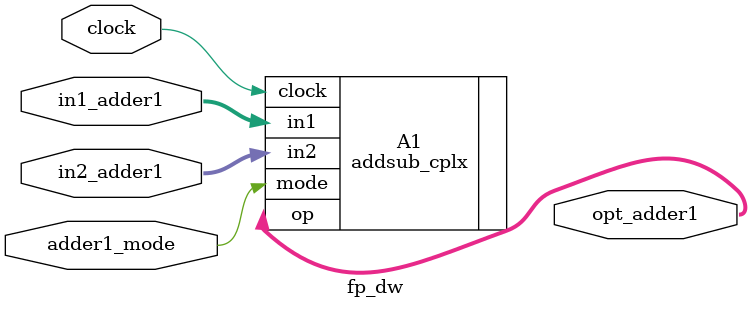
<source format=v>
module fp_dw(in1_adder1,in2_adder1,opt_adder1, adder1_mode, clock);

input clock;
input adder1_mode;
input   [47:0] in1_adder1, in2_adder1;//these will have to be sent to adder 1
output  [47:0] opt_adder1;//this be be received from adder 1



addsub_cplx A1(.in1(in1_adder1),.in2(in2_adder1),.mode(adder1_mode),.op(opt_adder1),.clock(clock));

endmodule

</source>
